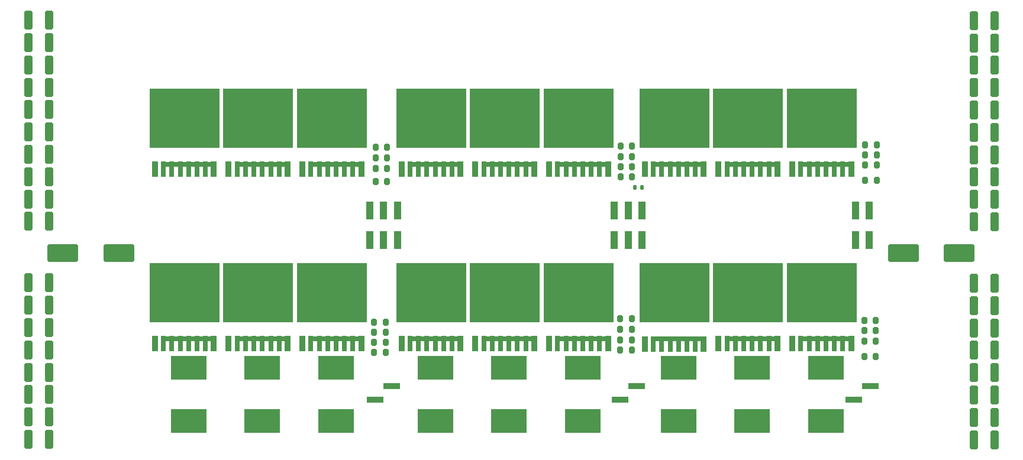
<source format=gbr>
%TF.GenerationSoftware,KiCad,Pcbnew,8.0.8*%
%TF.CreationDate,2025-02-13T11:47:36+09:00*%
%TF.ProjectId,GESC,47455343-2e6b-4696-9361-645f70636258,rev?*%
%TF.SameCoordinates,Original*%
%TF.FileFunction,Paste,Top*%
%TF.FilePolarity,Positive*%
%FSLAX46Y46*%
G04 Gerber Fmt 4.6, Leading zero omitted, Abs format (unit mm)*
G04 Created by KiCad (PCBNEW 8.0.8) date 2025-02-13 11:47:36*
%MOMM*%
%LPD*%
G01*
G04 APERTURE LIST*
G04 Aperture macros list*
%AMRoundRect*
0 Rectangle with rounded corners*
0 $1 Rounding radius*
0 $2 $3 $4 $5 $6 $7 $8 $9 X,Y pos of 4 corners*
0 Add a 4 corners polygon primitive as box body*
4,1,4,$2,$3,$4,$5,$6,$7,$8,$9,$2,$3,0*
0 Add four circle primitives for the rounded corners*
1,1,$1+$1,$2,$3*
1,1,$1+$1,$4,$5*
1,1,$1+$1,$6,$7*
1,1,$1+$1,$8,$9*
0 Add four rect primitives between the rounded corners*
20,1,$1+$1,$2,$3,$4,$5,0*
20,1,$1+$1,$4,$5,$6,$7,0*
20,1,$1+$1,$6,$7,$8,$9,0*
20,1,$1+$1,$8,$9,$2,$3,0*%
G04 Aperture macros list end*
%ADD10RoundRect,0.250000X-0.325000X-1.100000X0.325000X-1.100000X0.325000X1.100000X-0.325000X1.100000X0*%
%ADD11RoundRect,0.200000X0.200000X0.275000X-0.200000X0.275000X-0.200000X-0.275000X0.200000X-0.275000X0*%
%ADD12RoundRect,0.250000X0.325000X1.100000X-0.325000X1.100000X-0.325000X-1.100000X0.325000X-1.100000X0*%
%ADD13R,0.900000X2.200000*%
%ADD14R,0.800000X2.200000*%
%ADD15R,8.080000X0.800000*%
%ADD16R,10.000000X8.500000*%
%ADD17R,5.200000X3.500000*%
%ADD18R,1.000000X2.580000*%
%ADD19RoundRect,0.250000X-1.950000X-1.000000X1.950000X-1.000000X1.950000X1.000000X-1.950000X1.000000X0*%
%ADD20RoundRect,0.135000X-0.135000X-0.185000X0.135000X-0.185000X0.135000X0.185000X-0.135000X0.185000X0*%
%ADD21R,2.350000X0.850000*%
%ADD22RoundRect,0.200000X-0.200000X-0.275000X0.200000X-0.275000X0.200000X0.275000X-0.200000X0.275000X0*%
G04 APERTURE END LIST*
D10*
%TO.C,C22*%
X168500000Y-30100000D03*
X171450000Y-30100000D03*
%TD*%
%TO.C,C24*%
X168500000Y-36500000D03*
X171450000Y-36500000D03*
%TD*%
D11*
%TO.C,R14*%
X119575000Y-41700000D03*
X117925000Y-41700000D03*
%TD*%
%TO.C,R11*%
X119525000Y-67900000D03*
X117875000Y-67900000D03*
%TD*%
D12*
%TO.C,C24*%
X36125000Y-77250000D03*
X33175000Y-77250000D03*
%TD*%
D10*
%TO.C,C18*%
X168500000Y-83700000D03*
X171450000Y-83700000D03*
%TD*%
%TO.C,C21*%
X168500000Y-26900000D03*
X171450000Y-26900000D03*
%TD*%
D13*
%TO.C,Q13*%
X121380000Y-44950000D03*
D14*
X122600000Y-44950000D03*
X123800000Y-44950000D03*
X125000000Y-44950000D03*
X126200000Y-44950000D03*
X127400000Y-44950000D03*
X128600000Y-44950000D03*
D15*
X126240000Y-44250000D03*
D13*
X129820000Y-44950000D03*
D16*
X125600000Y-37650000D03*
%TD*%
D17*
%TO.C,R9*%
X112500000Y-73390000D03*
X112500000Y-81010000D03*
%TD*%
D11*
%TO.C,R8*%
X119525000Y-66400000D03*
X117875000Y-66400000D03*
%TD*%
%TO.C,R4*%
X84275000Y-71250000D03*
X82625000Y-71250000D03*
%TD*%
%TO.C,R56*%
X154575000Y-42950000D03*
X152925000Y-42950000D03*
%TD*%
D12*
%TO.C,C8*%
X36125000Y-67650000D03*
X33175000Y-67650000D03*
%TD*%
D18*
%TO.C,J2*%
X117000000Y-55085000D03*
X117000000Y-50915000D03*
X119000000Y-55085000D03*
X119000000Y-50915000D03*
X121000000Y-55085000D03*
X121000000Y-50915000D03*
%TD*%
D13*
%TO.C,Q9*%
X107680000Y-44950000D03*
D14*
X108900000Y-44950000D03*
X110100000Y-44950000D03*
X111300000Y-44950000D03*
X112500000Y-44950000D03*
X113700000Y-44950000D03*
X114900000Y-44950000D03*
D15*
X112540000Y-44250000D03*
D13*
X116120000Y-44950000D03*
D16*
X111900000Y-37650000D03*
%TD*%
D13*
%TO.C,Q5*%
X61830000Y-69950000D03*
D14*
X63050000Y-69950000D03*
X64250000Y-69950000D03*
X65450000Y-69950000D03*
X66650000Y-69950000D03*
X67850000Y-69950000D03*
X69050000Y-69950000D03*
D15*
X66690000Y-69250000D03*
D13*
X70270000Y-69950000D03*
D16*
X66050000Y-62650000D03*
%TD*%
D10*
%TO.C,C7*%
X168500000Y-49300000D03*
X171450000Y-49300000D03*
%TD*%
D11*
%TO.C,R53*%
X84525000Y-41850000D03*
X82875000Y-41850000D03*
%TD*%
D12*
%TO.C,C6*%
X36125000Y-61250000D03*
X33175000Y-61250000D03*
%TD*%
D17*
%TO.C,R55*%
X56100000Y-73390000D03*
X56100000Y-81010000D03*
%TD*%
D10*
%TO.C,C9*%
X168500000Y-42900000D03*
X171450000Y-42900000D03*
%TD*%
D11*
%TO.C,R7*%
X119575000Y-43150000D03*
X117925000Y-43150000D03*
%TD*%
D10*
%TO.C,C2*%
X168500000Y-70900000D03*
X171450000Y-70900000D03*
%TD*%
D19*
%TO.C,*%
X166400000Y-57000000D03*
%TD*%
D10*
%TO.C,C4*%
X168500000Y-64500000D03*
X171450000Y-64500000D03*
%TD*%
%TO.C,C20*%
X168500000Y-23700000D03*
X171450000Y-23700000D03*
%TD*%
%TO.C,C5*%
X168500000Y-61300000D03*
X171450000Y-61300000D03*
%TD*%
D13*
%TO.C,Q18*%
X142480000Y-69950000D03*
D14*
X143700000Y-69950000D03*
X144900000Y-69950000D03*
X146100000Y-69950000D03*
X147300000Y-69950000D03*
X148500000Y-69950000D03*
X149700000Y-69950000D03*
D15*
X147340000Y-69250000D03*
D13*
X150920000Y-69950000D03*
D16*
X146700000Y-62650000D03*
%TD*%
D13*
%TO.C,Q12*%
X107680000Y-69950000D03*
D14*
X108900000Y-69950000D03*
X110100000Y-69950000D03*
X111300000Y-69950000D03*
X112500000Y-69950000D03*
X113700000Y-69950000D03*
X114900000Y-69950000D03*
D15*
X112540000Y-69250000D03*
D13*
X116120000Y-69950000D03*
D16*
X111900000Y-62650000D03*
%TD*%
D10*
%TO.C,C10*%
X168500000Y-39700000D03*
X171450000Y-39700000D03*
%TD*%
D12*
%TO.C,C9*%
X36125000Y-70850000D03*
X33175000Y-70850000D03*
%TD*%
D11*
%TO.C,R6*%
X119525000Y-70900000D03*
X117875000Y-70900000D03*
%TD*%
D10*
%TO.C,C8*%
X168500000Y-46100000D03*
X171450000Y-46100000D03*
%TD*%
D12*
%TO.C,C15*%
X36125000Y-36450000D03*
X33175000Y-36450000D03*
%TD*%
D20*
%TO.C,TH1*%
X119990000Y-47600000D03*
X121010000Y-47600000D03*
%TD*%
D10*
%TO.C,C1*%
X168500000Y-74100000D03*
X171450000Y-74100000D03*
%TD*%
D12*
%TO.C,C7*%
X36125000Y-64450000D03*
X33175000Y-64450000D03*
%TD*%
D17*
%TO.C,R16*%
X66650000Y-73390000D03*
X66650000Y-81010000D03*
%TD*%
D13*
%TO.C,Q6*%
X51280000Y-69950000D03*
D14*
X52500000Y-69950000D03*
X53700000Y-69950000D03*
X54900000Y-69950000D03*
X56100000Y-69950000D03*
X57300000Y-69950000D03*
X58500000Y-69950000D03*
D15*
X56140000Y-69250000D03*
D13*
X59720000Y-69950000D03*
D16*
X55500000Y-62650000D03*
%TD*%
D19*
%TO.C,*%
X38100000Y-57000000D03*
%TD*%
D12*
%TO.C,C10*%
X36125000Y-74050000D03*
X33175000Y-74050000D03*
%TD*%
D21*
%TO.C,J4*%
X85175000Y-76000000D03*
X82825000Y-78000000D03*
%TD*%
D12*
%TO.C,C3*%
X36125000Y-46050000D03*
X33175000Y-46050000D03*
%TD*%
D18*
%TO.C,J5*%
X82000000Y-55085000D03*
X82000000Y-50915000D03*
X84000000Y-55085000D03*
X84000000Y-50915000D03*
X86000000Y-55085000D03*
X86000000Y-50915000D03*
%TD*%
D13*
%TO.C,Q11*%
X86580000Y-44950000D03*
D14*
X87800000Y-44950000D03*
X89000000Y-44950000D03*
X90200000Y-44950000D03*
X91400000Y-44950000D03*
X92600000Y-44950000D03*
X93800000Y-44950000D03*
D15*
X91440000Y-44250000D03*
D13*
X95020000Y-44950000D03*
D16*
X90800000Y-37650000D03*
%TD*%
D11*
%TO.C,R49*%
X84525000Y-43350000D03*
X82875000Y-43350000D03*
%TD*%
D13*
%TO.C,Q4*%
X72380000Y-69950000D03*
D14*
X73600000Y-69950000D03*
X74800000Y-69950000D03*
X76000000Y-69950000D03*
X77200000Y-69950000D03*
X78400000Y-69950000D03*
X79600000Y-69950000D03*
D15*
X77240000Y-69250000D03*
D13*
X80820000Y-69950000D03*
D16*
X76600000Y-62650000D03*
%TD*%
D13*
%TO.C,Q1*%
X72380000Y-44950000D03*
D14*
X73600000Y-44950000D03*
X74800000Y-44950000D03*
X76000000Y-44950000D03*
X77200000Y-44950000D03*
X78400000Y-44950000D03*
X79600000Y-44950000D03*
D15*
X77240000Y-44250000D03*
D13*
X80820000Y-44950000D03*
D16*
X76600000Y-37650000D03*
%TD*%
D12*
%TO.C,C2*%
X36125000Y-42850000D03*
X33175000Y-42850000D03*
%TD*%
%TO.C,C16*%
X36125000Y-33250000D03*
X33175000Y-33250000D03*
%TD*%
D11*
%TO.C,R5*%
X119575000Y-46100000D03*
X117925000Y-46100000D03*
%TD*%
D17*
%TO.C,R17*%
X91400000Y-73390000D03*
X91400000Y-81010000D03*
%TD*%
D11*
%TO.C,R15*%
X119525000Y-69400000D03*
X117875000Y-69400000D03*
%TD*%
D12*
%TO.C,C23*%
X36125000Y-80450000D03*
X33175000Y-80450000D03*
%TD*%
D17*
%TO.C,R12*%
X101950000Y-73390000D03*
X101950000Y-81010000D03*
%TD*%
D13*
%TO.C,Q7*%
X97130000Y-44950000D03*
D14*
X98350000Y-44950000D03*
X99550000Y-44950000D03*
X100750000Y-44950000D03*
X101950000Y-44950000D03*
X103150000Y-44950000D03*
X104350000Y-44950000D03*
D15*
X101990000Y-44250000D03*
D13*
X105570000Y-44950000D03*
D16*
X101350000Y-37650000D03*
%TD*%
D12*
%TO.C,C22*%
X36125000Y-83650000D03*
X33175000Y-83650000D03*
%TD*%
D11*
%TO.C,R18*%
X154575000Y-46550000D03*
X152925000Y-46550000D03*
%TD*%
D12*
%TO.C,C19*%
X36125000Y-23650000D03*
X33175000Y-23650000D03*
%TD*%
D11*
%TO.C,R1*%
X84525000Y-44850000D03*
X82875000Y-44850000D03*
%TD*%
D17*
%TO.C,R58*%
X136750000Y-73390000D03*
X136750000Y-81010000D03*
%TD*%
D10*
%TO.C,C3*%
X168500000Y-67700000D03*
X171450000Y-67700000D03*
%TD*%
D11*
%TO.C,R3*%
X84525000Y-46750000D03*
X82875000Y-46750000D03*
%TD*%
D17*
%TO.C,R52*%
X126200000Y-73390000D03*
X126200000Y-81010000D03*
%TD*%
%TO.C,R61*%
X147300000Y-73390000D03*
X147300000Y-81010000D03*
%TD*%
D12*
%TO.C,C17*%
X36125000Y-26850000D03*
X33175000Y-26850000D03*
%TD*%
D11*
%TO.C,R50*%
X84275000Y-68350000D03*
X82625000Y-68350000D03*
%TD*%
%TO.C,R54*%
X84275000Y-66850000D03*
X82625000Y-66850000D03*
%TD*%
D13*
%TO.C,Q10*%
X97130000Y-69950000D03*
D14*
X98350000Y-69950000D03*
X99550000Y-69950000D03*
X100750000Y-69950000D03*
X101950000Y-69950000D03*
X103150000Y-69950000D03*
X104350000Y-69950000D03*
D15*
X101990000Y-69250000D03*
D13*
X105570000Y-69950000D03*
D16*
X101350000Y-62650000D03*
%TD*%
D11*
%TO.C,R60*%
X154425000Y-69600000D03*
X152775000Y-69600000D03*
%TD*%
D21*
%TO.C,J3*%
X120175000Y-76000000D03*
X117825000Y-78000000D03*
%TD*%
D11*
%TO.C,R48*%
X154575000Y-41500000D03*
X152925000Y-41500000D03*
%TD*%
%TO.C,R51*%
X154425000Y-66600000D03*
X152775000Y-66600000D03*
%TD*%
D13*
%TO.C,Q15*%
X131930000Y-44950000D03*
D14*
X133150000Y-44950000D03*
X134350000Y-44950000D03*
X135550000Y-44950000D03*
X136750000Y-44950000D03*
X137950000Y-44950000D03*
X139150000Y-44950000D03*
D15*
X136790000Y-44250000D03*
D13*
X140370000Y-44950000D03*
D16*
X136150000Y-37650000D03*
%TD*%
D10*
%TO.C,C23*%
X168500000Y-33300000D03*
X171450000Y-33300000D03*
%TD*%
D19*
%TO.C,*%
X158400000Y-57000000D03*
%TD*%
D13*
%TO.C,Q16*%
X131930000Y-69950000D03*
D14*
X133150000Y-69950000D03*
X134350000Y-69950000D03*
X135550000Y-69950000D03*
X136750000Y-69950000D03*
X137950000Y-69950000D03*
X139150000Y-69950000D03*
D15*
X136790000Y-69250000D03*
D13*
X140370000Y-69950000D03*
D16*
X136150000Y-62650000D03*
%TD*%
D13*
%TO.C,Q2*%
X61830000Y-44950000D03*
D14*
X63050000Y-44950000D03*
X64250000Y-44950000D03*
X65450000Y-44950000D03*
X66650000Y-44950000D03*
X67850000Y-44950000D03*
X69050000Y-44950000D03*
D15*
X66690000Y-44250000D03*
D13*
X70270000Y-44950000D03*
D16*
X66050000Y-37650000D03*
%TD*%
D22*
%TO.C,R47*%
X152775000Y-71800000D03*
X154425000Y-71800000D03*
%TD*%
D19*
%TO.C,*%
X46100000Y-57000000D03*
%TD*%
D12*
%TO.C,C4*%
X36125000Y-49250000D03*
X33175000Y-49250000D03*
%TD*%
D11*
%TO.C,R57*%
X154425000Y-68100000D03*
X152775000Y-68100000D03*
%TD*%
%TO.C,R10*%
X119575000Y-44600000D03*
X117925000Y-44600000D03*
%TD*%
D13*
%TO.C,Q17*%
X142480000Y-44950000D03*
D14*
X143700000Y-44950000D03*
X144900000Y-44950000D03*
X146100000Y-44950000D03*
X147300000Y-44950000D03*
X148500000Y-44950000D03*
X149700000Y-44950000D03*
D15*
X147340000Y-44250000D03*
D13*
X150920000Y-44950000D03*
D16*
X146700000Y-37650000D03*
%TD*%
D13*
%TO.C,Q14*%
X121380000Y-70000000D03*
D14*
X122600000Y-70000000D03*
X123800000Y-70000000D03*
X125000000Y-70000000D03*
X126200000Y-70000000D03*
X127400000Y-70000000D03*
X128600000Y-70000000D03*
D15*
X126240000Y-69300000D03*
D13*
X129820000Y-70000000D03*
D16*
X125600000Y-62700000D03*
%TD*%
D13*
%TO.C,Q8*%
X86580000Y-69950000D03*
D14*
X87800000Y-69950000D03*
X89000000Y-69950000D03*
X90200000Y-69950000D03*
X91400000Y-69950000D03*
X92600000Y-69950000D03*
X93800000Y-69950000D03*
D15*
X91440000Y-69250000D03*
D13*
X95020000Y-69950000D03*
D16*
X90800000Y-62650000D03*
%TD*%
D10*
%TO.C,C6*%
X168500000Y-52500000D03*
X171450000Y-52500000D03*
%TD*%
D13*
%TO.C,Q3*%
X51280000Y-44950000D03*
D14*
X52500000Y-44950000D03*
X53700000Y-44950000D03*
X54900000Y-44950000D03*
X56100000Y-44950000D03*
X57300000Y-44950000D03*
X58500000Y-44950000D03*
D15*
X56140000Y-44250000D03*
D13*
X59720000Y-44950000D03*
D16*
X55500000Y-37650000D03*
%TD*%
D12*
%TO.C,C5*%
X36125000Y-52450000D03*
X33175000Y-52450000D03*
%TD*%
D21*
%TO.C,J6*%
X153675000Y-76000000D03*
X151325000Y-78000000D03*
%TD*%
D12*
%TO.C,C18*%
X36125000Y-30050000D03*
X33175000Y-30050000D03*
%TD*%
D11*
%TO.C,R59*%
X154575000Y-44400000D03*
X152925000Y-44400000D03*
%TD*%
D10*
%TO.C,C16*%
X168500000Y-80500000D03*
X171450000Y-80500000D03*
%TD*%
D11*
%TO.C,R2*%
X84275000Y-69750000D03*
X82625000Y-69750000D03*
%TD*%
D10*
%TO.C,C15*%
X168500000Y-77300000D03*
X171450000Y-77300000D03*
%TD*%
D18*
%TO.C,J1*%
X151500000Y-55085000D03*
X151500000Y-50915000D03*
X153500000Y-55085000D03*
X153500000Y-50915000D03*
%TD*%
D12*
%TO.C,C1*%
X36125000Y-39650000D03*
X33175000Y-39650000D03*
%TD*%
D17*
%TO.C,R13*%
X77200000Y-73390000D03*
X77200000Y-81010000D03*
%TD*%
M02*

</source>
